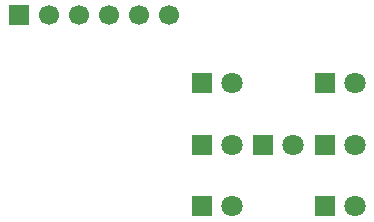
<source format=gbs>
G04 #@! TF.GenerationSoftware,KiCad,Pcbnew,9.0.1*
G04 #@! TF.CreationDate,2025-09-23T20:38:02+02:00*
G04 #@! TF.ProjectId,kostka-smd,6b6f7374-6b61-42d7-936d-642e6b696361,1*
G04 #@! TF.SameCoordinates,Original*
G04 #@! TF.FileFunction,Soldermask,Bot*
G04 #@! TF.FilePolarity,Negative*
%FSLAX46Y46*%
G04 Gerber Fmt 4.6, Leading zero omitted, Abs format (unit mm)*
G04 Created by KiCad (PCBNEW 9.0.1) date 2025-09-23 20:38:02*
%MOMM*%
%LPD*%
G01*
G04 APERTURE LIST*
%ADD10R,1.800000X1.800000*%
%ADD11C,1.800000*%
%ADD12R,1.700000X1.700000*%
%ADD13C,1.700000*%
G04 APERTURE END LIST*
D10*
X172930000Y-87200000D03*
D11*
X175470000Y-87200000D03*
D10*
X183330000Y-92400000D03*
D11*
X185870000Y-92400000D03*
D10*
X172930000Y-97600000D03*
D11*
X175470000Y-97600000D03*
D10*
X183330000Y-87200000D03*
D11*
X185870000Y-87200000D03*
D12*
X157450000Y-81400000D03*
D13*
X159990000Y-81400000D03*
X162530000Y-81400000D03*
X165070000Y-81400000D03*
X167610000Y-81400000D03*
X170150000Y-81400000D03*
D10*
X172930000Y-92400000D03*
D11*
X175470000Y-92400000D03*
D10*
X183330000Y-97600000D03*
D11*
X185870000Y-97600000D03*
D10*
X178130000Y-92400000D03*
D11*
X180670000Y-92400000D03*
M02*

</source>
